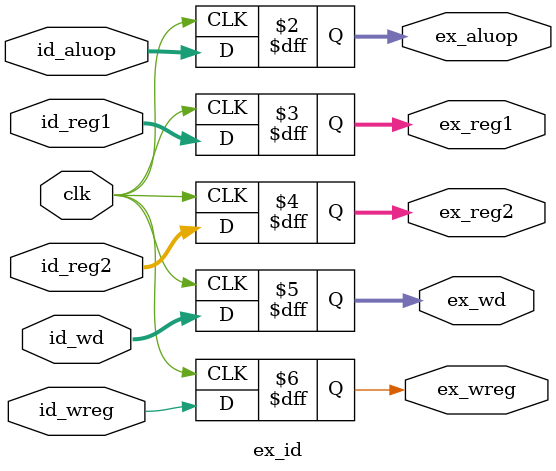
<source format=v>
`timescale 1ns / 1ps


module ex_id(
    input wire[31:0] id_aluop,
    input wire[31:0] id_reg1,
    input wire[31:0] id_reg2,
    input wire[4:0] id_wd,
    input wire id_wreg,
    input wire clk,
    output reg[31:0] ex_aluop,
    output reg[31:0] ex_reg1,
    output reg[31:0] ex_reg2,
    output reg[4:0] ex_wd,
    output reg ex_wreg
    );

    always@(posedge clk)begin
        ex_aluop<=id_aluop;
        ex_reg1<=id_reg1;
        ex_reg2<=id_reg2;
        ex_wd<=id_wd;
        ex_wreg<=id_wreg;
    end


endmodule

</source>
